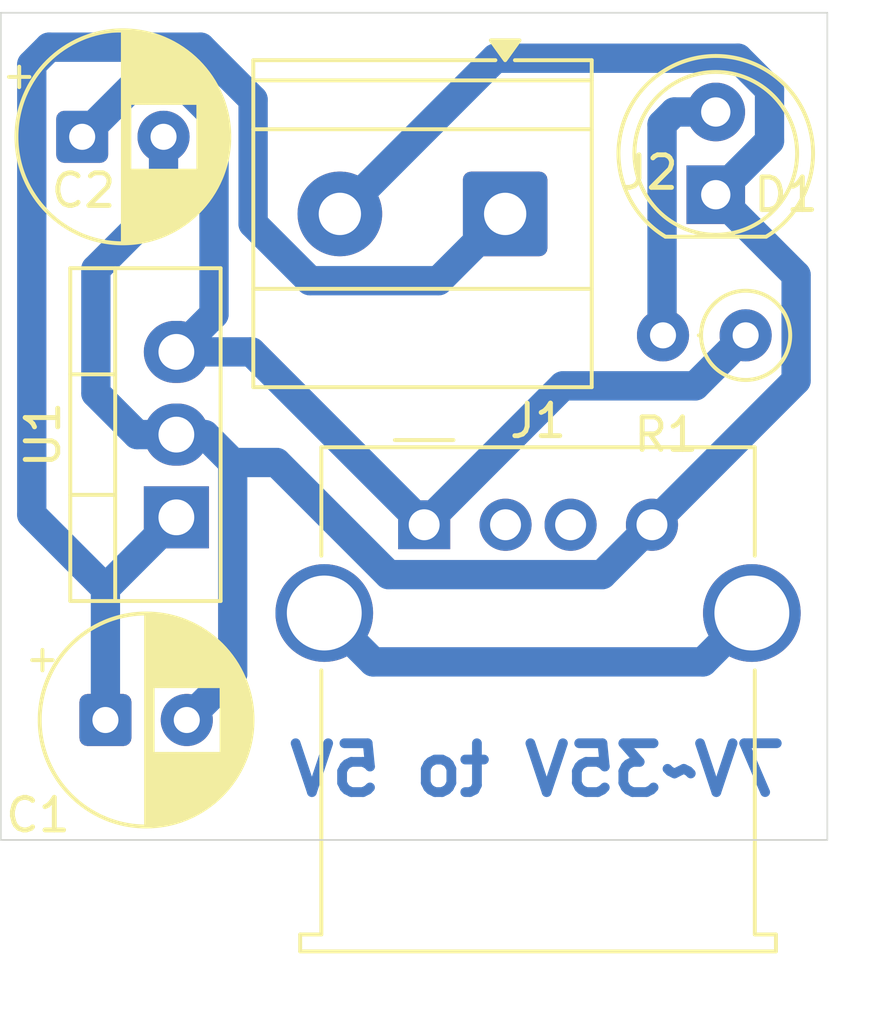
<source format=kicad_pcb>
(kicad_pcb (version 20241229) (generator "pcbnew") (generator_version "9.0")
  (layers (0 "F.Cu" signal) (2 "B.Cu" signal) (13 "F.Paste" user) (15 "B.Paste" user) (5 "F.SilkS" user "F.Silkscreen") (7 "B.SilkS" user "B.Silkscreen") (1 "F.Mask" user) (3 "B.Mask" user) (25 "Edge.Cuts" user))
  (net 0 "")
  (net 2 "Net-(J1-VBUS)")
  (net 3 "GND")
  (net 4 "Net-(J2-Pin_1)")
  (net 5 "unconnected-(J1-Shield-Pad5)")
  (net 7 "Net-(D1-A)")
  (footprint "LED_THT:LED_D5.0mm" (layer "F.Cu") (at 174.371 81.788 90)
    (property "Reference" "D1" (at 0 2.159 180) (layer "F.SilkS"))
    (property "Value" "LED")
    (fp_line (start -1.29 -1.545) (end -1.29 1.545) (stroke (width 0.12)) (layer "F.SilkS"))
    (fp_arc (start -1.29 -1.54483) (mid 2.071779 -2.880495) (end 4.26 0) (stroke (width 0.12)) (layer "F.SilkS"))
    (fp_arc (start 4.26 0) (mid 2.071779 2.880495) (end -1.29 1.54483) (stroke (width 0.12)) (layer "F.SilkS"))
    (fp_circle (center 1.27 0) (end 3.77 0) (stroke (width 0.12)) (fill no) (layer "F.SilkS"))
    (pad "1" thru_hole rect (at 0 0 90) (size 1.8 1.8) (drill 0.9) (layers "*.Cu" "*.Mask") (net 3 "GND"))
    (pad "2" thru_hole circle (at 2.54 0 90) (size 1.8 1.8) (drill 0.9) (layers "*.Cu" "*.Mask") (net 7 "Net-(D1-A)"))
  )
  (footprint "Package_TO_SOT_THT:TO-220-3_Vertical" (layer "F.Cu") (at 157.795 91.694 90)
    (property "Reference" "U1" (at 2.54 -4.1 90) (layer "F.SilkS"))
    (property "Value" "LM7805_TO220")
    (fp_line (start 7.65 -3.26) (end 7.65 1.36) (stroke (width 0.12)) (layer "F.SilkS"))
    (fp_line (start 4.39 -3.26) (end 4.39 -1.88) (stroke (width 0.12)) (layer "F.SilkS"))
    (fp_line (start 0.69 -3.26) (end 0.69 -1.88) (stroke (width 0.12)) (layer "F.SilkS"))
    (fp_line (start -2.57 -3.26) (end 7.65 -3.26) (stroke (width 0.12)) (layer "F.SilkS"))
    (fp_line (start -2.57 -1.88) (end 7.65 -1.88) (stroke (width 0.12)) (layer "F.SilkS"))
    (fp_line (start 7.65 1.36) (end -2.57 1.36) (stroke (width 0.12)) (layer "F.SilkS"))
    (fp_line (start -2.57 1.36) (end -2.57 -3.26) (stroke (width 0.12)) (layer "F.SilkS"))
    (pad "1" thru_hole rect (at 0 0 90) (size 1.905 2) (drill 1.1) (layers "*.Cu" "*.Mask") (net 4 "Net-(J2-Pin_1)"))
    (pad "2" thru_hole oval (at 2.54 0 90) (size 1.905 2) (drill 1.1) (layers "*.Cu" "*.Mask") (net 3 "GND"))
    (pad "3" thru_hole oval (at 5.08 0 90) (size 1.905 2) (drill 1.1) (layers "*.Cu" "*.Mask") (net 2 "Net-(J1-VBUS)"))
  )
  (footprint "Connector_USB:USB_A_Molex_67643_Horizontal" (layer "F.Cu") (at 165.41 91.922)
    (property "Reference" "J1" (at 3.5 -3.19 0) (layer "F.SilkS"))
    (property "Value" "USB_B")
    (fp_line (start -3.81 12.58) (end -3.81 13.1) (stroke (width 0.12)) (layer "F.SilkS"))
    (fp_line (start -3.81 13.1) (end 10.81 13.1) (stroke (width 0.12)) (layer "F.SilkS"))
    (fp_line (start -3.16 -2.38) (end -3.16 0.95) (stroke (width 0.12)) (layer "F.SilkS"))
    (fp_line (start -3.16 -2.38) (end 10.16 -2.38) (stroke (width 0.12)) (layer "F.SilkS"))
    (fp_line (start -3.16 12.58) (end -3.81 12.58) (stroke (width 0.12)) (layer "F.SilkS"))
    (fp_line (start -3.16 12.58) (end -3.16 4.47) (stroke (width 0.12)) (layer "F.SilkS"))
    (fp_line (start -0.9 -2.6) (end 0.9 -2.6) (stroke (width 0.12)) (layer "F.SilkS"))
    (fp_line (start 10.16 -2.38) (end 10.16 0.95) (stroke (width 0.12)) (layer "F.SilkS"))
    (fp_line (start 10.16 4.47) (end 10.16 12.58) (stroke (width 0.12)) (layer "F.SilkS"))
    (fp_line (start 10.81 12.58) (end 10.16 12.58) (stroke (width 0.12)) (layer "F.SilkS"))
    (fp_line (start 10.81 13.1) (end 10.81 12.58) (stroke (width 0.12)) (layer "F.SilkS"))
    (pad "1" thru_hole rect (at 0 0) (size 1.6 1.5) (drill 0.95) (layers "*.Cu" "*.Mask") (net 2 "Net-(J1-VBUS)"))
    (pad "2" thru_hole circle (at 2.5 0) (size 1.6 1.6) (drill 0.95) (layers "*.Cu" "*.Mask"))
    (pad "3" thru_hole circle (at 4.5 0) (size 1.6 1.6) (drill 0.95) (layers "*.Cu" "*.Mask"))
    (pad "4" thru_hole circle (at 7 0) (size 1.6 1.6) (drill 0.95) (layers "*.Cu" "*.Mask") (net 3 "GND"))
    (pad "5" thru_hole circle (at -3.07 2.71) (size 3 3) (drill 2.3) (layers "*.Cu" "*.Mask") (net 5 "unconnected-(J1-Shield-Pad5)"))
    (pad "5" thru_hole circle (at 10.07 2.71) (size 3 3) (drill 2.3) (layers "*.Cu" "*.Mask") (net 5 "unconnected-(J1-Shield-Pad5)"))
  )
  (footprint "Capacitor_THT:CP_Radial_D6.3mm_P2.50mm" (layer "F.Cu") (at 155.615 97.917)
    (property "Reference" "C1" (at -2.072 2.921 0) (layer "F.SilkS"))
    (property "Value" "10uF 50V")
    (fp_line (start -2.250241 -1.839) (end -1.620241 -1.839) (stroke (width 0.12)) (layer "F.SilkS"))
    (fp_line (start -1.935241 -2.154) (end -1.935241 -1.524) (stroke (width 0.12)) (layer "F.SilkS"))
    (fp_line (start 1.25 -3.23) (end 1.25 3.23) (stroke (width 0.12)) (layer "F.SilkS"))
    (fp_line (start 1.29 -3.23) (end 1.29 3.23) (stroke (width 0.12)) (layer "F.SilkS"))
    (fp_line (start 1.33 -3.229) (end 1.33 3.229) (stroke (width 0.12)) (layer "F.SilkS"))
    (fp_line (start 1.37 -3.228) (end 1.37 3.228) (stroke (width 0.12)) (layer "F.SilkS"))
    (fp_line (start 1.41 -3.226) (end 1.41 3.226) (stroke (width 0.12)) (layer "F.SilkS"))
    (fp_line (start 1.45 -3.224) (end 1.45 3.224) (stroke (width 0.12)) (layer "F.SilkS"))
    (fp_line (start 1.49 -3.221) (end 1.49 -1.04) (stroke (width 0.12)) (layer "F.SilkS"))
    (fp_line (start 1.49 1.04) (end 1.49 3.221) (stroke (width 0.12)) (layer "F.SilkS"))
    (fp_line (start 1.53 -3.218) (end 1.53 -1.04) (stroke (width 0.12)) (layer "F.SilkS"))
    (fp_line (start 1.53 1.04) (end 1.53 3.218) (stroke (width 0.12)) (layer "F.SilkS"))
    (fp_line (start 1.57 -3.214) (end 1.57 -1.04) (stroke (width 0.12)) (layer "F.SilkS"))
    (fp_line (start 1.57 1.04) (end 1.57 3.214) (stroke (width 0.12)) (layer "F.SilkS"))
    (fp_line (start 1.61 -3.21) (end 1.61 -1.04) (stroke (width 0.12)) (layer "F.SilkS"))
    (fp_line (start 1.61 1.04) (end 1.61 3.21) (stroke (width 0.12)) (layer "F.SilkS"))
    (fp_line (start 1.65 -3.205) (end 1.65 -1.04) (stroke (width 0.12)) (layer "F.SilkS"))
    (fp_line (start 1.65 1.04) (end 1.65 3.205) (stroke (width 0.12)) (layer "F.SilkS"))
    (fp_line (start 1.69 -3.2) (end 1.69 -1.04) (stroke (width 0.12)) (layer "F.SilkS"))
    (fp_line (start 1.69 1.04) (end 1.69 3.2) (stroke (width 0.12)) (layer "F.SilkS"))
    (fp_line (start 1.73 -3.195) (end 1.73 -1.04) (stroke (width 0.12)) (layer "F.SilkS"))
    (fp_line (start 1.73 1.04) (end 1.73 3.195) (stroke (width 0.12)) (layer "F.SilkS"))
    (fp_line (start 1.77 -3.188) (end 1.77 -1.04) (stroke (width 0.12)) (layer "F.SilkS"))
    (fp_line (start 1.77 1.04) (end 1.77 3.188) (stroke (width 0.12)) (layer "F.SilkS"))
    (fp_line (start 1.81 -3.182) (end 1.81 -1.04) (stroke (width 0.12)) (layer "F.SilkS"))
    (fp_line (start 1.81 1.04) (end 1.81 3.182) (stroke (width 0.12)) (layer "F.SilkS"))
    (fp_line (start 1.85 -3.174) (end 1.85 -1.04) (stroke (width 0.12)) (layer "F.SilkS"))
    (fp_line (start 1.85 1.04) (end 1.85 3.174) (stroke (width 0.12)) (layer "F.SilkS"))
    (fp_line (start 1.89 -3.167) (end 1.89 -1.04) (stroke (width 0.12)) (layer "F.SilkS"))
    (fp_line (start 1.89 1.04) (end 1.89 3.167) (stroke (width 0.12)) (layer "F.SilkS"))
    (fp_line (start 1.93 -3.159) (end 1.93 -1.04) (stroke (width 0.12)) (layer "F.SilkS"))
    (fp_line (start 1.93 1.04) (end 1.93 3.159) (stroke (width 0.12)) (layer "F.SilkS"))
    (fp_line (start 1.97 -3.15) (end 1.97 -1.04) (stroke (width 0.12)) (layer "F.SilkS"))
    (fp_line (start 1.97 1.04) (end 1.97 3.15) (stroke (width 0.12)) (layer "F.SilkS"))
    (fp_line (start 2.01 -3.14) (end 2.01 -1.04) (stroke (width 0.12)) (layer "F.SilkS"))
    (fp_line (start 2.01 1.04) (end 2.01 3.14) (stroke (width 0.12)) (layer "F.SilkS"))
    (fp_line (start 2.05 -3.131) (end 2.05 -1.04) (stroke (width 0.12)) (layer "F.SilkS"))
    (fp_line (start 2.05 1.04) (end 2.05 3.131) (stroke (width 0.12)) (layer "F.SilkS"))
    (fp_line (start 2.09 -3.12) (end 2.09 -1.04) (stroke (width 0.12)) (layer "F.SilkS"))
    (fp_line (start 2.09 1.04) (end 2.09 3.12) (stroke (width 0.12)) (layer "F.SilkS"))
    (fp_line (start 2.13 -3.109) (end 2.13 -1.04) (stroke (width 0.12)) (layer "F.SilkS"))
    (fp_line (start 2.13 1.04) (end 2.13 3.109) (stroke (width 0.12)) (layer "F.SilkS"))
    (fp_line (start 2.17 -3.098) (end 2.17 -1.04) (stroke (width 0.12)) (layer "F.SilkS"))
    (fp_line (start 2.17 1.04) (end 2.17 3.098) (stroke (width 0.12)) (layer "F.SilkS"))
    (fp_line (start 2.21 -3.086) (end 2.21 -1.04) (stroke (width 0.12)) (layer "F.SilkS"))
    (fp_line (start 2.21 1.04) (end 2.21 3.086) (stroke (width 0.12)) (layer "F.SilkS"))
    (fp_line (start 2.25 -3.073) (end 2.25 -1.04) (stroke (width 0.12)) (layer "F.SilkS"))
    (fp_line (start 2.25 1.04) (end 2.25 3.073) (stroke (width 0.12)) (layer "F.SilkS"))
    (fp_line (start 2.29 -3.06) (end 2.29 -1.04) (stroke (width 0.12)) (layer "F.SilkS"))
    (fp_line (start 2.29 1.04) (end 2.29 3.06) (stroke (width 0.12)) (layer "F.SilkS"))
    (fp_line (start 2.33 -3.047) (end 2.33 -1.04) (stroke (width 0.12)) (layer "F.SilkS"))
    (fp_line (start 2.33 1.04) (end 2.33 3.047) (stroke (width 0.12)) (layer "F.SilkS"))
    (fp_line (start 2.37 -3.032) (end 2.37 -1.04) (stroke (width 0.12)) (layer "F.SilkS"))
    (fp_line (start 2.37 1.04) (end 2.37 3.032) (stroke (width 0.12)) (layer "F.SilkS"))
    (fp_line (start 2.41 -3.017) (end 2.41 -1.04) (stroke (width 0.12)) (layer "F.SilkS"))
    (fp_line (start 2.41 1.04) (end 2.41 3.017) (stroke (width 0.12)) (layer "F.SilkS"))
    (fp_line (start 2.45 -3.002) (end 2.45 -1.04) (stroke (width 0.12)) (layer "F.SilkS"))
    (fp_line (start 2.45 1.04) (end 2.45 3.002) (stroke (width 0.12)) (layer "F.SilkS"))
    (fp_line (start 2.49 -2.986) (end 2.49 -1.04) (stroke (width 0.12)) (layer "F.SilkS"))
    (fp_line (start 2.49 1.04) (end 2.49 2.986) (stroke (width 0.12)) (layer "F.SilkS"))
    (fp_line (start 2.53 -2.969) (end 2.53 -1.04) (stroke (width 0.12)) (layer "F.SilkS"))
    (fp_line (start 2.53 1.04) (end 2.53 2.969) (stroke (width 0.12)) (layer "F.SilkS"))
    (fp_line (start 2.57 -2.952) (end 2.57 -1.04) (stroke (width 0.12)) (layer "F.SilkS"))
    (fp_line (start 2.57 1.04) (end 2.57 2.952) (stroke (width 0.12)) (layer "F.SilkS"))
    (fp_line (start 2.61 -2.934) (end 2.61 -1.04) (stroke (width 0.12)) (layer "F.SilkS"))
    (fp_line (start 2.61 1.04) (end 2.61 2.934) (stroke (width 0.12)) (layer "F.SilkS"))
    (fp_line (start 2.65 -2.915) (end 2.65 -1.04) (stroke (width 0.12)) (layer "F.SilkS"))
    (fp_line (start 2.65 1.04) (end 2.65 2.915) (stroke (width 0.12)) (layer "F.SilkS"))
    (fp_line (start 2.69 -2.896) (end 2.69 -1.04) (stroke (width 0.12)) (layer "F.SilkS"))
    (fp_line (start 2.69 1.04) (end 2.69 2.896) (stroke (width 0.12)) (layer "F.SilkS"))
    (fp_line (start 2.73 -2.876) (end 2.73 -1.04) (stroke (width 0.12)) (layer "F.SilkS"))
    (fp_line (start 2.73 1.04) (end 2.73 2.876) (stroke (width 0.12)) (layer "F.SilkS"))
    (fp_line (start 2.77 -2.855) (end 2.77 -1.04) (stroke (width 0.12)) (layer "F.SilkS"))
    (fp_line (start 2.77 1.04) (end 2.77 2.855) (stroke (width 0.12)) (layer "F.SilkS"))
    (fp_line (start 2.81 -2.834) (end 2.81 -1.04) (stroke (width 0.12)) (layer "F.SilkS"))
    (fp_line (start 2.81 1.04) (end 2.81 2.834) (stroke (width 0.12)) (layer "F.SilkS"))
    (fp_line (start 2.85 -2.812) (end 2.85 -1.04) (stroke (width 0.12)) (layer "F.SilkS"))
    (fp_line (start 2.85 1.04) (end 2.85 2.812) (stroke (width 0.12)) (layer "F.SilkS"))
    (fp_line (start 2.89 -2.789) (end 2.89 -1.04) (stroke (width 0.12)) (layer "F.SilkS"))
    (fp_line (start 2.89 1.04) (end 2.89 2.789) (stroke (width 0.12)) (layer "F.SilkS"))
    (fp_line (start 2.93 -2.765) (end 2.93 -1.04) (stroke (width 0.12)) (layer "F.SilkS"))
    (fp_line (start 2.93 1.04) (end 2.93 2.765) (stroke (width 0.12)) (layer "F.SilkS"))
    (fp_line (start 2.97 -2.741) (end 2.97 -1.04) (stroke (width 0.12)) (layer "F.SilkS"))
    (fp_line (start 2.97 1.04) (end 2.97 2.741) (stroke (width 0.12)) (layer "F.SilkS"))
    (fp_line (start 3.01 -2.716) (end 3.01 -1.04) (stroke (width 0.12)) (layer "F.SilkS"))
    (fp_line (start 3.01 1.04) (end 3.01 2.716) (stroke (width 0.12)) (layer "F.SilkS"))
    (fp_line (start 3.05 -2.69) (end 3.05 -1.04) (stroke (width 0.12)) (layer "F.SilkS"))
    (fp_line (start 3.05 1.04) (end 3.05 2.69) (stroke (width 0.12)) (layer "F.SilkS"))
    (fp_line (start 3.09 -2.663) (end 3.09 -1.04) (stroke (width 0.12)) (layer "F.SilkS"))
    (fp_line (start 3.09 1.04) (end 3.09 2.663) (stroke (width 0.12)) (layer "F.SilkS"))
    (fp_line (start 3.13 -2.636) (end 3.13 -1.04) (stroke (width 0.12)) (layer "F.SilkS"))
    (fp_line (start 3.13 1.04) (end 3.13 2.636) (stroke (width 0.12)) (layer "F.SilkS"))
    (fp_line (start 3.17 -2.607) (end 3.17 -1.04) (stroke (width 0.12)) (layer "F.SilkS"))
    (fp_line (start 3.17 1.04) (end 3.17 2.607) (stroke (width 0.12)) (layer "F.SilkS"))
    (fp_line (start 3.21 -2.577) (end 3.21 -1.04) (stroke (width 0.12)) (layer "F.SilkS"))
    (fp_line (start 3.21 1.04) (end 3.21 2.577) (stroke (width 0.12)) (layer "F.SilkS"))
    (fp_line (start 3.25 -2.547) (end 3.25 -1.04) (stroke (width 0.12)) (layer "F.SilkS"))
    (fp_line (start 3.25 1.04) (end 3.25 2.547) (stroke (width 0.12)) (layer "F.SilkS"))
    (fp_line (start 3.29 -2.516) (end 3.29 -1.04) (stroke (width 0.12)) (layer "F.SilkS"))
    (fp_line (start 3.29 1.04) (end 3.29 2.516) (stroke (width 0.12)) (layer "F.SilkS"))
    (fp_line (start 3.33 -2.483) (end 3.33 -1.04) (stroke (width 0.12)) (layer "F.SilkS"))
    (fp_line (start 3.33 1.04) (end 3.33 2.483) (stroke (width 0.12)) (layer "F.SilkS"))
    (fp_line (start 3.37 -2.45) (end 3.37 -1.04) (stroke (width 0.12)) (layer "F.SilkS"))
    (fp_line (start 3.37 1.04) (end 3.37 2.45) (stroke (width 0.12)) (layer "F.SilkS"))
    (fp_line (start 3.41 -2.415) (end 3.41 -1.04) (stroke (width 0.12)) (layer "F.SilkS"))
    (fp_line (start 3.41 1.04) (end 3.41 2.415) (stroke (width 0.12)) (layer "F.SilkS"))
    (fp_line (start 3.45 -2.379) (end 3.45 -1.04) (stroke (width 0.12)) (layer "F.SilkS"))
    (fp_line (start 3.45 1.04) (end 3.45 2.379) (stroke (width 0.12)) (layer "F.SilkS"))
    (fp_line (start 3.49 -2.342) (end 3.49 -1.04) (stroke (width 0.12)) (layer "F.SilkS"))
    (fp_line (start 3.49 1.04) (end 3.49 2.342) (stroke (width 0.12)) (layer "F.SilkS"))
    (fp_line (start 3.53 -2.304) (end 3.53 -1.04) (stroke (width 0.12)) (layer "F.SilkS"))
    (fp_line (start 3.53 1.04) (end 3.53 2.304) (stroke (width 0.12)) (layer "F.SilkS"))
    (fp_line (start 3.57 -2.264) (end 3.57 2.264) (stroke (width 0.12)) (layer "F.SilkS"))
    (fp_line (start 3.61 -2.223) (end 3.61 2.223) (stroke (width 0.12)) (layer "F.SilkS"))
    (fp_line (start 3.65 -2.181) (end 3.65 2.181) (stroke (width 0.12)) (layer "F.SilkS"))
    (fp_line (start 3.69 -2.137) (end 3.69 2.137) (stroke (width 0.12)) (layer "F.SilkS"))
    (fp_line (start 3.73 -2.091) (end 3.73 2.091) (stroke (width 0.12)) (layer "F.SilkS"))
    (fp_line (start 3.77 -2.044) (end 3.77 2.044) (stroke (width 0.12)) (layer "F.SilkS"))
    (fp_line (start 3.81 -1.995) (end 3.81 1.995) (stroke (width 0.12)) (layer "F.SilkS"))
    (fp_line (start 3.85 -1.943) (end 3.85 1.943) (stroke (width 0.12)) (layer "F.SilkS"))
    (fp_line (start 3.89 -1.89) (end 3.89 1.89) (stroke (width 0.12)) (layer "F.SilkS"))
    (fp_line (start 3.93 -1.834) (end 3.93 1.834) (stroke (width 0.12)) (layer "F.SilkS"))
    (fp_line (start 3.97 -1.775) (end 3.97 1.775) (stroke (width 0.12)) (layer "F.SilkS"))
    (fp_line (start 4.01 -1.714) (end 4.01 1.714) (stroke (width 0.12)) (layer "F.SilkS"))
    (fp_line (start 4.05 -1.649) (end 4.05 1.649) (stroke (width 0.12)) (layer "F.SilkS"))
    (fp_line (start 4.09 -1.581) (end 4.09 1.581) (stroke (width 0.12)) (layer "F.SilkS"))
    (fp_line (start 4.13 -1.509) (end 4.13 1.509) (stroke (width 0.12)) (layer "F.SilkS"))
    (fp_line (start 4.17 -1.432) (end 4.17 1.432) (stroke (width 0.12)) (layer "F.SilkS"))
    (fp_line (start 4.21 -1.35) (end 4.21 1.35) (stroke (width 0.12)) (layer "F.SilkS"))
    (fp_line (start 4.25 -1.261) (end 4.25 1.261) (stroke (width 0.12)) (layer "F.SilkS"))
    (fp_line (start 4.29 -1.165) (end 4.29 1.165) (stroke (width 0.12)) (layer "F.SilkS"))
    (fp_line (start 4.33 -1.058) (end 4.33 1.058) (stroke (width 0.12)) (layer "F.SilkS"))
    (fp_line (start 4.37 -0.939) (end 4.37 0.939) (stroke (width 0.12)) (layer "F.SilkS"))
    (fp_line (start 4.41 -0.801) (end 4.41 0.801) (stroke (width 0.12)) (layer "F.SilkS"))
    (fp_line (start 4.45 -0.633) (end 4.45 0.633) (stroke (width 0.12)) (layer "F.SilkS"))
    (fp_line (start 4.49 -0.402) (end 4.49 0.402) (stroke (width 0.12)) (layer "F.SilkS"))
    (fp_circle (center 1.25 0) (end 4.52 0) (stroke (width 0.12)) (fill no) (layer "F.SilkS"))
    (pad "1" thru_hole roundrect (at 0 0) (size 1.6 1.6) (drill 0.8) (layers "*.Cu" "*.Mask") (roundrect_rratio 0.15625) (net 4 "Net-(J2-Pin_1)"))
    (pad "2" thru_hole circle (at 2.5 0) (size 1.6 1.6) (drill 0.8) (layers "*.Cu" "*.Mask") (net 3 "GND"))
  )
  (footprint "Capacitor_THT:CP_Radial_D6.3mm_P2.50mm" (layer "F.Cu") (at 154.900621 80.01)
    (property "Reference" "C2" (at 0.039379 1.651 0) (layer "F.SilkS"))
    (property "Value" "10uF 50V")
    (fp_line (start -2.250241 -1.839) (end -1.620241 -1.839) (stroke (width 0.12)) (layer "F.SilkS"))
    (fp_line (start -1.935241 -2.154) (end -1.935241 -1.524) (stroke (width 0.12)) (layer "F.SilkS"))
    (fp_line (start 1.25 -3.23) (end 1.25 3.23) (stroke (width 0.12)) (layer "F.SilkS"))
    (fp_line (start 1.29 -3.23) (end 1.29 3.23) (stroke (width 0.12)) (layer "F.SilkS"))
    (fp_line (start 1.33 -3.229) (end 1.33 3.229) (stroke (width 0.12)) (layer "F.SilkS"))
    (fp_line (start 1.37 -3.228) (end 1.37 3.228) (stroke (width 0.12)) (layer "F.SilkS"))
    (fp_line (start 1.41 -3.226) (end 1.41 3.226) (stroke (width 0.12)) (layer "F.SilkS"))
    (fp_line (start 1.45 -3.224) (end 1.45 3.224) (stroke (width 0.12)) (layer "F.SilkS"))
    (fp_line (start 1.49 -3.221) (end 1.49 -1.04) (stroke (width 0.12)) (layer "F.SilkS"))
    (fp_line (start 1.49 1.04) (end 1.49 3.221) (stroke (width 0.12)) (layer "F.SilkS"))
    (fp_line (start 1.53 -3.218) (end 1.53 -1.04) (stroke (width 0.12)) (layer "F.SilkS"))
    (fp_line (start 1.53 1.04) (end 1.53 3.218) (stroke (width 0.12)) (layer "F.SilkS"))
    (fp_line (start 1.57 -3.214) (end 1.57 -1.04) (stroke (width 0.12)) (layer "F.SilkS"))
    (fp_line (start 1.57 1.04) (end 1.57 3.214) (stroke (width 0.12)) (layer "F.SilkS"))
    (fp_line (start 1.61 -3.21) (end 1.61 -1.04) (stroke (width 0.12)) (layer "F.SilkS"))
    (fp_line (start 1.61 1.04) (end 1.61 3.21) (stroke (width 0.12)) (layer "F.SilkS"))
    (fp_line (start 1.65 -3.205) (end 1.65 -1.04) (stroke (width 0.12)) (layer "F.SilkS"))
    (fp_line (start 1.65 1.04) (end 1.65 3.205) (stroke (width 0.12)) (layer "F.SilkS"))
    (fp_line (start 1.69 -3.2) (end 1.69 -1.04) (stroke (width 0.12)) (layer "F.SilkS"))
    (fp_line (start 1.69 1.04) (end 1.69 3.2) (stroke (width 0.12)) (layer "F.SilkS"))
    (fp_line (start 1.73 -3.195) (end 1.73 -1.04) (stroke (width 0.12)) (layer "F.SilkS"))
    (fp_line (start 1.73 1.04) (end 1.73 3.195) (stroke (width 0.12)) (layer "F.SilkS"))
    (fp_line (start 1.77 -3.188) (end 1.77 -1.04) (stroke (width 0.12)) (layer "F.SilkS"))
    (fp_line (start 1.77 1.04) (end 1.77 3.188) (stroke (width 0.12)) (layer "F.SilkS"))
    (fp_line (start 1.81 -3.182) (end 1.81 -1.04) (stroke (width 0.12)) (layer "F.SilkS"))
    (fp_line (start 1.81 1.04) (end 1.81 3.182) (stroke (width 0.12)) (layer "F.SilkS"))
    (fp_line (start 1.85 -3.174) (end 1.85 -1.04) (stroke (width 0.12)) (layer "F.SilkS"))
    (fp_line (start 1.85 1.04) (end 1.85 3.174) (stroke (width 0.12)) (layer "F.SilkS"))
    (fp_line (start 1.89 -3.167) (end 1.89 -1.04) (stroke (width 0.12)) (layer "F.SilkS"))
    (fp_line (start 1.89 1.04) (end 1.89 3.167) (stroke (width 0.12)) (layer "F.SilkS"))
    (fp_line (start 1.93 -3.159) (end 1.93 -1.04) (stroke (width 0.12)) (layer "F.SilkS"))
    (fp_line (start 1.93 1.04) (end 1.93 3.159) (stroke (width 0.12)) (layer "F.SilkS"))
    (fp_line (start 1.97 -3.15) (end 1.97 -1.04) (stroke (width 0.12)) (layer "F.SilkS"))
    (fp_line (start 1.97 1.04) (end 1.97 3.15) (stroke (width 0.12)) (layer "F.SilkS"))
    (fp_line (start 2.01 -3.14) (end 2.01 -1.04) (stroke (width 0.12)) (layer "F.SilkS"))
    (fp_line (start 2.01 1.04) (end 2.01 3.14) (stroke (width 0.12)) (layer "F.SilkS"))
    (fp_line (start 2.05 -3.131) (end 2.05 -1.04) (stroke (width 0.12)) (layer "F.SilkS"))
    (fp_line (start 2.05 1.04) (end 2.05 3.131) (stroke (width 0.12)) (layer "F.SilkS"))
    (fp_line (start 2.09 -3.12) (end 2.09 -1.04) (stroke (width 0.12)) (layer "F.SilkS"))
    (fp_line (start 2.09 1.04) (end 2.09 3.12) (stroke (width 0.12)) (layer "F.SilkS"))
    (fp_line (start 2.13 -3.109) (end 2.13 -1.04) (stroke (width 0.12)) (layer "F.SilkS"))
    (fp_line (start 2.13 1.04) (end 2.13 3.109) (stroke (width 0.12)) (layer "F.SilkS"))
    (fp_line (start 2.17 -3.098) (end 2.17 -1.04) (stroke (width 0.12)) (layer "F.SilkS"))
    (fp_line (start 2.17 1.04) (end 2.17 3.098) (stroke (width 0.12)) (layer "F.SilkS"))
    (fp_line (start 2.21 -3.086) (end 2.21 -1.04) (stroke (width 0.12)) (layer "F.SilkS"))
    (fp_line (start 2.21 1.04) (end 2.21 3.086) (stroke (width 0.12)) (layer "F.SilkS"))
    (fp_line (start 2.25 -3.073) (end 2.25 -1.04) (stroke (width 0.12)) (layer "F.SilkS"))
    (fp_line (start 2.25 1.04) (end 2.25 3.073) (stroke (width 0.12)) (layer "F.SilkS"))
    (fp_line (start 2.29 -3.06) (end 2.29 -1.04) (stroke (width 0.12)) (layer "F.SilkS"))
    (fp_line (start 2.29 1.04) (end 2.29 3.06) (stroke (width 0.12)) (layer "F.SilkS"))
    (fp_line (start 2.33 -3.047) (end 2.33 -1.04) (stroke (width 0.12)) (layer "F.SilkS"))
    (fp_line (start 2.33 1.04) (end 2.33 3.047) (stroke (width 0.12)) (layer "F.SilkS"))
    (fp_line (start 2.37 -3.032) (end 2.37 -1.04) (stroke (width 0.12)) (layer "F.SilkS"))
    (fp_line (start 2.37 1.04) (end 2.37 3.032) (stroke (width 0.12)) (layer "F.SilkS"))
    (fp_line (start 2.41 -3.017) (end 2.41 -1.04) (stroke (width 0.12)) (layer "F.SilkS"))
    (fp_line (start 2.41 1.04) (end 2.41 3.017) (stroke (width 0.12)) (layer "F.SilkS"))
    (fp_line (start 2.45 -3.002) (end 2.45 -1.04) (stroke (width 0.12)) (layer "F.SilkS"))
    (fp_line (start 2.45 1.04) (end 2.45 3.002) (stroke (width 0.12)) (layer "F.SilkS"))
    (fp_line (start 2.49 -2.986) (end 2.49 -1.04) (stroke (width 0.12)) (layer "F.SilkS"))
    (fp_line (start 2.49 1.04) (end 2.49 2.986) (stroke (width 0.12)) (layer "F.SilkS"))
    (fp_line (start 2.53 -2.969) (end 2.53 -1.04) (stroke (width 0.12)) (layer "F.SilkS"))
    (fp_line (start 2.53 1.04) (end 2.53 2.969) (stroke (width 0.12)) (layer "F.SilkS"))
    (fp_line (start 2.57 -2.952) (end 2.57 -1.04) (stroke (width 0.12)) (layer "F.SilkS"))
    (fp_line (start 2.57 1.04) (end 2.57 2.952) (stroke (width 0.12)) (layer "F.SilkS"))
    (fp_line (start 2.61 -2.934) (end 2.61 -1.04) (stroke (width 0.12)) (layer "F.SilkS"))
    (fp_line (start 2.61 1.04) (end 2.61 2.934) (stroke (width 0.12)) (layer "F.SilkS"))
    (fp_line (start 2.65 -2.915) (end 2.65 -1.04) (stroke (width 0.12)) (layer "F.SilkS"))
    (fp_line (start 2.65 1.04) (end 2.65 2.915) (stroke (width 0.12)) (layer "F.SilkS"))
    (fp_line (start 2.69 -2.896) (end 2.69 -1.04) (stroke (width 0.12)) (layer "F.SilkS"))
    (fp_line (start 2.69 1.04) (end 2.69 2.896) (stroke (width 0.12)) (layer "F.SilkS"))
    (fp_line (start 2.73 -2.876) (end 2.73 -1.04) (stroke (width 0.12)) (layer "F.SilkS"))
    (fp_line (start 2.73 1.04) (end 2.73 2.876) (stroke (width 0.12)) (layer "F.SilkS"))
    (fp_line (start 2.77 -2.855) (end 2.77 -1.04) (stroke (width 0.12)) (layer "F.SilkS"))
    (fp_line (start 2.77 1.04) (end 2.77 2.855) (stroke (width 0.12)) (layer "F.SilkS"))
    (fp_line (start 2.81 -2.834) (end 2.81 -1.04) (stroke (width 0.12)) (layer "F.SilkS"))
    (fp_line (start 2.81 1.04) (end 2.81 2.834) (stroke (width 0.12)) (layer "F.SilkS"))
    (fp_line (start 2.85 -2.812) (end 2.85 -1.04) (stroke (width 0.12)) (layer "F.SilkS"))
    (fp_line (start 2.85 1.04) (end 2.85 2.812) (stroke (width 0.12)) (layer "F.SilkS"))
    (fp_line (start 2.89 -2.789) (end 2.89 -1.04) (stroke (width 0.12)) (layer "F.SilkS"))
    (fp_line (start 2.89 1.04) (end 2.89 2.789) (stroke (width 0.12)) (layer "F.SilkS"))
    (fp_line (start 2.93 -2.765) (end 2.93 -1.04) (stroke (width 0.12)) (layer "F.SilkS"))
    (fp_line (start 2.93 1.04) (end 2.93 2.765) (stroke (width 0.12)) (layer "F.SilkS"))
    (fp_line (start 2.97 -2.741) (end 2.97 -1.04) (stroke (width 0.12)) (layer "F.SilkS"))
    (fp_line (start 2.97 1.04) (end 2.97 2.741) (stroke (width 0.12)) (layer "F.SilkS"))
    (fp_line (start 3.01 -2.716) (end 3.01 -1.04) (stroke (width 0.12)) (layer "F.SilkS"))
    (fp_line (start 3.01 1.04) (end 3.01 2.716) (stroke (width 0.12)) (layer "F.SilkS"))
    (fp_line (start 3.05 -2.69) (end 3.05 -1.04) (stroke (width 0.12)) (layer "F.SilkS"))
    (fp_line (start 3.05 1.04) (end 3.05 2.69) (stroke (width 0.12)) (layer "F.SilkS"))
    (fp_line (start 3.09 -2.663) (end 3.09 -1.04) (stroke (width 0.12)) (layer "F.SilkS"))
    (fp_line (start 3.09 1.04) (end 3.09 2.663) (stroke (width 0.12)) (layer "F.SilkS"))
    (fp_line (start 3.13 -2.636) (end 3.13 -1.04) (stroke (width 0.12)) (layer "F.SilkS"))
    (fp_line (start 3.13 1.04) (end 3.13 2.636) (stroke (width 0.12)) (layer "F.SilkS"))
    (fp_line (start 3.17 -2.607) (end 3.17 -1.04) (stroke (width 0.12)) (layer "F.SilkS"))
    (fp_line (start 3.17 1.04) (end 3.17 2.607) (stroke (width 0.12)) (layer "F.SilkS"))
    (fp_line (start 3.21 -2.577) (end 3.21 -1.04) (stroke (width 0.12)) (layer "F.SilkS"))
    (fp_line (start 3.21 1.04) (end 3.21 2.577) (stroke (width 0.12)) (layer "F.SilkS"))
    (fp_line (start 3.25 -2.547) (end 3.25 -1.04) (stroke (width 0.12)) (layer "F.SilkS"))
    (fp_line (start 3.25 1.04) (end 3.25 2.547) (stroke (width 0.12)) (layer "F.SilkS"))
    (fp_line (start 3.29 -2.516) (end 3.29 -1.04) (stroke (width 0.12)) (layer "F.SilkS"))
    (fp_line (start 3.29 1.04) (end 3.29 2.516) (stroke (width 0.12)) (layer "F.SilkS"))
    (fp_line (start 3.33 -2.483) (end 3.33 -1.04) (stroke (width 0.12)) (layer "F.SilkS"))
    (fp_line (start 3.33 1.04) (end 3.33 2.483) (stroke (width 0.12)) (layer "F.SilkS"))
    (fp_line (start 3.37 -2.45) (end 3.37 -1.04) (stroke (width 0.12)) (layer "F.SilkS"))
    (fp_line (start 3.37 1.04) (end 3.37 2.45) (stroke (width 0.12)) (layer "F.SilkS"))
    (fp_line (start 3.41 -2.415) (end 3.41 -1.04) (stroke (width 0.12)) (layer "F.SilkS"))
    (fp_line (start 3.41 1.04) (end 3.41 2.415) (stroke (width 0.12)) (layer "F.SilkS"))
    (fp_line (start 3.45 -2.379) (end 3.45 -1.04) (stroke (width 0.12)) (layer "F.SilkS"))
    (fp_line (start 3.45 1.04) (end 3.45 2.379) (stroke (width 0.12)) (layer "F.SilkS"))
    (fp_line (start 3.49 -2.342) (end 3.49 -1.04) (stroke (width 0.12)) (layer "F.SilkS"))
    (fp_line (start 3.49 1.04) (end 3.49 2.342) (stroke (width 0.12)) (layer "F.SilkS"))
    (fp_line (start 3.53 -2.304) (end 3.53 -1.04) (stroke (width 0.12)) (layer "F.SilkS"))
    (fp_line (start 3.53 1.04) (end 3.53 2.304) (stroke (width 0.12)) (layer "F.SilkS"))
    (fp_line (start 3.57 -2.264) (end 3.57 2.264) (stroke (width 0.12)) (layer "F.SilkS"))
    (fp_line (start 3.61 -2.223) (end 3.61 2.223) (stroke (width 0.12)) (layer "F.SilkS"))
    (fp_line (start 3.65 -2.181) (end 3.65 2.181) (stroke (width 0.12)) (layer "F.SilkS"))
    (fp_line (start 3.69 -2.137) (end 3.69 2.137) (stroke (width 0.12)) (layer "F.SilkS"))
    (fp_line (start 3.73 -2.091) (end 3.73 2.091) (stroke (width 0.12)) (layer "F.SilkS"))
    (fp_line (start 3.77 -2.044) (end 3.77 2.044) (stroke (width 0.12)) (layer "F.SilkS"))
    (fp_line (start 3.81 -1.995) (end 3.81 1.995) (stroke (width 0.12)) (layer "F.SilkS"))
    (fp_line (start 3.85 -1.943) (end 3.85 1.943) (stroke (width 0.12)) (layer "F.SilkS"))
    (fp_line (start 3.89 -1.89) (end 3.89 1.89) (stroke (width 0.12)) (layer "F.SilkS"))
    (fp_line (start 3.93 -1.834) (end 3.93 1.834) (stroke (width 0.12)) (layer "F.SilkS"))
    (fp_line (start 3.97 -1.775) (end 3.97 1.775) (stroke (width 0.12)) (layer "F.SilkS"))
    (fp_line (start 4.01 -1.714) (end 4.01 1.714) (stroke (width 0.12)) (layer "F.SilkS"))
    (fp_line (start 4.05 -1.649) (end 4.05 1.649) (stroke (width 0.12)) (layer "F.SilkS"))
    (fp_line (start 4.09 -1.581) (end 4.09 1.581) (stroke (width 0.12)) (layer "F.SilkS"))
    (fp_line (start 4.13 -1.509) (end 4.13 1.509) (stroke (width 0.12)) (layer "F.SilkS"))
    (fp_line (start 4.17 -1.432) (end 4.17 1.432) (stroke (width 0.12)) (layer "F.SilkS"))
    (fp_line (start 4.21 -1.35) (end 4.21 1.35) (stroke (width 0.12)) (layer "F.SilkS"))
    (fp_line (start 4.25 -1.261) (end 4.25 1.261) (stroke (width 0.12)) (layer "F.SilkS"))
    (fp_line (start 4.29 -1.165) (end 4.29 1.165) (stroke (width 0.12)) (layer "F.SilkS"))
    (fp_line (start 4.33 -1.058) (end 4.33 1.058) (stroke (width 0.12)) (layer "F.SilkS"))
    (fp_line (start 4.37 -0.939) (end 4.37 0.939) (stroke (width 0.12)) (layer "F.SilkS"))
    (fp_line (start 4.41 -0.801) (end 4.41 0.801) (stroke (width 0.12)) (layer "F.SilkS"))
    (fp_line (start 4.45 -0.633) (end 4.45 0.633) (stroke (width 0.12)) (layer "F.SilkS"))
    (fp_line (start 4.49 -0.402) (end 4.49 0.402) (stroke (width 0.12)) (layer "F.SilkS"))
    (fp_circle (center 1.25 0) (end 4.52 0) (stroke (width 0.12)) (fill no) (layer "F.SilkS"))
    (pad "1" thru_hole roundrect (at 0 0) (size 1.6 1.6) (drill 0.8) (layers "*.Cu" "*.Mask") (roundrect_rratio 0.15625) (net 2 "Net-(J1-VBUS)"))
    (pad "2" thru_hole circle (at 2.5 0) (size 1.6 1.6) (drill 0.8) (layers "*.Cu" "*.Mask") (net 3 "GND"))
  )
  (footprint "Resistor_THT:R_Axial_DIN0207_L6.3mm_D2.5mm_P2.54mm_Vertical" (layer "F.Cu") (at 175.289 86.106 180)
    (property "Reference" "R1" (at 2.442 -3.048 0) (layer "F.SilkS"))
    (property "Value" "1k")
    (fp_line (start 1.37 0) (end 1.44 0) (stroke (width 0.12)) (layer "F.SilkS"))
    (fp_circle (center 0 0) (end 1.37 0) (stroke (width 0.12)) (fill no) (layer "F.SilkS"))
    (pad "1" thru_hole circle (at 0 0 180) (size 1.6 1.6) (drill 0.8) (layers "*.Cu" "*.Mask") (net 2 "Net-(J1-VBUS)"))
    (pad "2" thru_hole circle (at 2.54 0 180) (size 1.6 1.6) (drill 0.8) (layers "*.Cu" "*.Mask") (net 7 "Net-(D1-A)"))
  )
  (footprint "TerminalBlock_Phoenix:TerminalBlock_Phoenix_MKDS-1,5-2-5.08_1x02_P5.08mm_Horizontal" (layer "F.Cu") (at 167.899 82.3775 180)
    (property "Reference" "J2" (at -4.445 1.27 0) (layer "F.SilkS"))
    (property "Value" "Screw_Terminal_01x02")
    (fp_line (start 7.74 4.72) (end 0.3 4.72) (stroke (width 0.12)) (layer "F.SilkS"))
    (fp_line (start 7.74 -5.32) (end 7.74 4.72) (stroke (width 0.12)) (layer "F.SilkS"))
    (fp_line (start -0.3 4.72) (end -2.66 4.72) (stroke (width 0.12)) (layer "F.SilkS"))
    (fp_line (start -2.66 4.72) (end -2.66 -5.32) (stroke (width 0.12)) (layer "F.SilkS"))
    (fp_line (start -2.66 4.1) (end 7.74 4.1) (stroke (width 0.12)) (layer "F.SilkS"))
    (fp_line (start -2.66 2.6) (end 7.74 2.6) (stroke (width 0.12)) (layer "F.SilkS"))
    (fp_line (start -2.66 -2.3) (end 7.74 -2.3) (stroke (width 0.12)) (layer "F.SilkS"))
    (fp_line (start -2.66 -5.32) (end 7.74 -5.32) (stroke (width 0.12)) (layer "F.SilkS"))
    (fp_poly (pts (xy 0 4.72) (xy 0.44 5.33) (xy -0.44 5.33)) (stroke (width 0.12)) (fill yes) (layer "F.SilkS"))
    (pad "1" thru_hole roundrect (at 0 0 180) (size 2.6 2.6) (drill 1.3) (layers "*.Cu" "*.Mask") (roundrect_rratio 0.096154) (net 4 "Net-(J2-Pin_1)"))
    (pad "2" thru_hole circle (at 5.08 0 180) (size 2.6 2.6) (drill 1.3) (layers "*.Cu" "*.Mask") (net 3 "GND"))
  )
  (gr_rect (start 152.4 76.2) (end 177.8 101.6) (stroke (width 0.05)) (fill no) (layer "Edge.Cuts"))
  (gr_text "7V~35V to 5V" (at 176.657 100.33 0) (layer "B.Cu") (effects (font (size 1.5 1.5) (thickness 0.3) (bold yes)) (justify left bottom mirror)))
  (segment (start 158.951621 79.367554) (end 158.951621 85.457379) (width 0.9) (layer "B.Cu") (net 2))
  (segment (start 157.795 86.614) (end 160.102 86.614) (width 0.9) (layer "B.Cu") (net 2))
  (segment (start 156.451621 78.459) (end 158.043067 78.459) (width 0.9) (layer "B.Cu") (net 2))
  (segment (start 169.675 87.657) (end 173.738 87.657) (width 0.9) (layer "B.Cu") (net 2))
  (segment (start 158.951621 85.457379) (end 157.795 86.614) (width 0.9) (layer "B.Cu") (net 2))
  (segment (start 173.738 87.657) (end 175.289 86.106) (width 0.9) (layer "B.Cu") (net 2))
  (segment (start 165.41 91.922) (end 169.675 87.657) (width 0.9) (layer "B.Cu") (net 2))
  (segment (start 158.043067 78.459) (end 158.951621 79.367554) (width 0.9) (layer "B.Cu") (net 2))
  (segment (start 154.900621 80.01) (end 156.451621 78.459) (width 0.9) (layer "B.Cu") (net 2))
  (segment (start 160.102 86.614) (end 165.41 91.922) (width 0.9) (layer "B.Cu") (net 2))
  (segment (start 155.321 84.074) (end 157.400621 81.994379) (width 0.9) (layer "B.Cu") (net 3))
  (segment (start 157.795 89.154) (end 158.6695 89.154) (width 0.9) (layer "B.Cu") (net 3))
  (segment (start 162.819 82.3775) (end 167.5995 77.597) (width 0.9) (layer "B.Cu") (net 3))
  (segment (start 159.526 90.0105) (end 159.526 96.506) (width 0.9) (layer "B.Cu") (net 3))
  (segment (start 174.371 81.788) (end 176.84 84.257) (width 0.9) (layer "B.Cu") (net 3))
  (segment (start 164.316111 93.453) (end 160.873611 90.0105) (width 0.9) (layer "B.Cu") (net 3))
  (segment (start 157.795 89.154) (end 156.591 89.154) (width 0.9) (layer "B.Cu") (net 3))
  (segment (start 160.873611 90.0105) (end 159.526 90.0105) (width 0.9) (layer "B.Cu") (net 3))
  (segment (start 176.022 78.564133) (end 176.022 80.137) (width 0.9) (layer "B.Cu") (net 3))
  (segment (start 155.321 87.884) (end 155.321 84.074) (width 0.9) (layer "B.Cu") (net 3))
  (segment (start 175.054867 77.597) (end 176.022 78.564133) (width 0.9) (layer "B.Cu") (net 3))
  (segment (start 157.400621 81.994379) (end 157.400621 80.01) (width 0.9) (layer "B.Cu") (net 3))
  (segment (start 158.6695 89.154) (end 159.526 90.0105) (width 0.9) (layer "B.Cu") (net 3))
  (segment (start 176.022 80.137) (end 174.371 81.788) (width 0.9) (layer "B.Cu") (net 3))
  (segment (start 176.84 84.257) (end 176.84 87.492) (width 0.9) (layer "B.Cu") (net 3))
  (segment (start 170.879 93.453) (end 164.316111 93.453) (width 0.9) (layer "B.Cu") (net 3))
  (segment (start 159.526 96.506) (end 158.115 97.917) (width 0.9) (layer "B.Cu") (net 3))
  (segment (start 167.5995 77.597) (end 175.054867 77.597) (width 0.9) (layer "B.Cu") (net 3))
  (segment (start 176.84 87.492) (end 172.41 91.922) (width 0.9) (layer "B.Cu") (net 3))
  (segment (start 172.41 91.922) (end 170.879 93.453) (width 0.9) (layer "B.Cu") (net 3))
  (segment (start 156.591 89.154) (end 155.321 87.884) (width 0.9) (layer "B.Cu") (net 3))
  (segment (start 153.351 91.61) (end 153.351 77.789) (width 0.9) (layer "B.Cu") (net 4))
  (segment (start 153.882 77.258) (end 158.540537 77.258) (width 0.9) (layer "B.Cu") (net 4))
  (segment (start 165.848 84.4285) (end 167.899 82.3775) (width 0.9) (layer "B.Cu") (net 4))
  (segment (start 158.540537 77.258) (end 160.152621 78.870084) (width 0.9) (layer "B.Cu") (net 4))
  (segment (start 160.152621 78.870084) (end 160.152621 82.677) (width 0.9) (layer "B.Cu") (net 4))
  (segment (start 155.615 93.874) (end 157.795 91.694) (width 0.9) (layer "B.Cu") (net 4))
  (segment (start 161.904121 84.4285) (end 165.848 84.4285) (width 0.9) (layer "B.Cu") (net 4))
  (segment (start 155.615 97.917) (end 155.615 93.874) (width 0.9) (layer "B.Cu") (net 4))
  (segment (start 160.152621 82.677) (end 161.904121 84.4285) (width 0.9) (layer "B.Cu") (net 4))
  (segment (start 155.615 93.874) (end 153.351 91.61) (width 0.9) (layer "B.Cu") (net 4))
  (segment (start 153.351 77.789) (end 153.882 77.258) (width 0.9) (layer "B.Cu") (net 4))
  (segment (start 173.98 96.132) (end 175.48 94.632) (width 0.9) (layer "B.Cu") (net 5))
  (segment (start 163.84 96.132) (end 173.98 96.132) (width 0.9) (layer "B.Cu") (net 5))
  (segment (start 162.34 94.632) (end 163.84 96.132) (width 0.9) (layer "B.Cu") (net 5))
  (segment (start 172.72 79.626208) (end 173.098208 79.248) (width 0.9) (layer "B.Cu") (net 7))
  (segment (start 172.72 86.077) (end 172.72 79.626208) (width 0.9) (layer "B.Cu") (net 7))
  (segment (start 172.749 86.106) (end 172.72 86.077) (width 0.9) (layer "B.Cu") (net 7))
  (segment (start 173.098208 79.248) (end 174.371 79.248) (width 0.9) (layer "B.Cu") (net 7))
)
</source>
